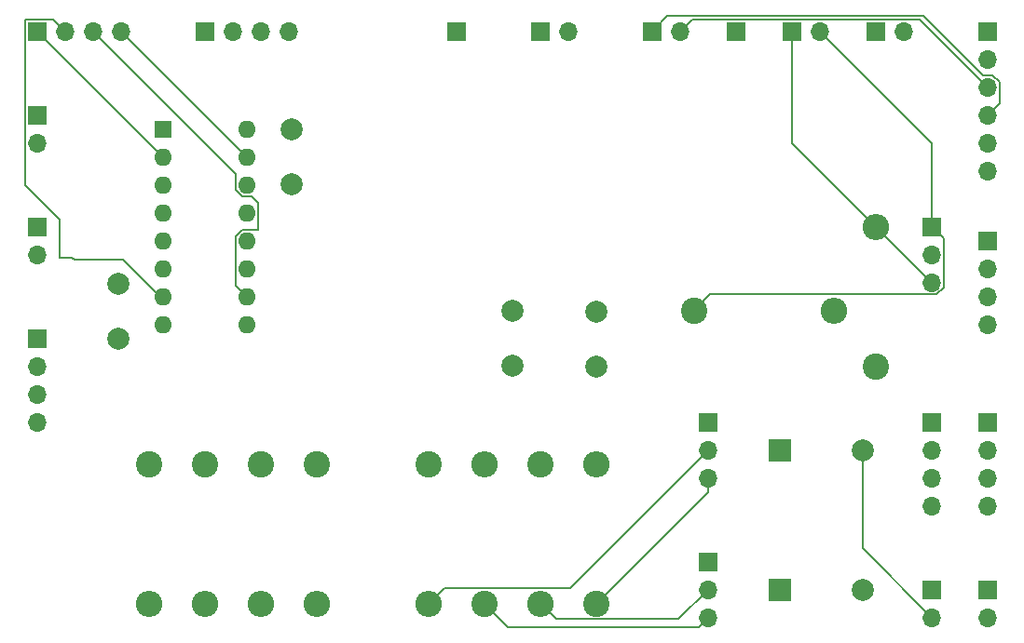
<source format=gbr>
%TF.GenerationSoftware,KiCad,Pcbnew,(7.0.0)*%
%TF.CreationDate,2023-04-26T12:46:46-05:00*%
%TF.ProjectId,test,74657374-2e6b-4696-9361-645f70636258,rev?*%
%TF.SameCoordinates,Original*%
%TF.FileFunction,Copper,L4,Bot*%
%TF.FilePolarity,Positive*%
%FSLAX46Y46*%
G04 Gerber Fmt 4.6, Leading zero omitted, Abs format (unit mm)*
G04 Created by KiCad (PCBNEW (7.0.0)) date 2023-04-26 12:46:46*
%MOMM*%
%LPD*%
G01*
G04 APERTURE LIST*
%TA.AperFunction,ComponentPad*%
%ADD10R,1.700000X1.700000*%
%TD*%
%TA.AperFunction,ComponentPad*%
%ADD11O,1.700000X1.700000*%
%TD*%
%TA.AperFunction,ComponentPad*%
%ADD12C,2.000000*%
%TD*%
%TA.AperFunction,ComponentPad*%
%ADD13R,2.000000X2.000000*%
%TD*%
%TA.AperFunction,ComponentPad*%
%ADD14C,2.400000*%
%TD*%
%TA.AperFunction,ComponentPad*%
%ADD15O,2.400000X2.400000*%
%TD*%
%TA.AperFunction,ComponentPad*%
%ADD16R,1.600000X1.600000*%
%TD*%
%TA.AperFunction,ComponentPad*%
%ADD17O,1.600000X1.600000*%
%TD*%
%TA.AperFunction,Conductor*%
%ADD18C,0.152400*%
%TD*%
G04 APERTURE END LIST*
D10*
%TO.P,J43,1,Pin_1*%
%TO.N,Net-(J11-Pin_2)*%
X160044999Y-64779999D03*
D11*
%TO.P,J43,2,Pin_2*%
%TO.N,Net-(J11-Pin_1)*%
X160044999Y-67319999D03*
%TO.P,J43,3,Pin_3*%
%TO.N,GND*%
X160044999Y-69859999D03*
%TO.P,J43,4,Pin_4*%
%TO.N,+5V*%
X160044999Y-72399999D03*
%TD*%
D12*
%TO.P,C5,1*%
%TO.N,GND*%
X81026000Y-68660000D03*
%TO.P,C5,2*%
%TO.N,VCC*%
X81026000Y-73660000D03*
%TD*%
D10*
%TO.P,J9,1,Pin_1*%
%TO.N,Net-(J9-Pin_1)*%
X160019999Y-81279999D03*
D11*
%TO.P,J9,2,Pin_2*%
%TO.N,Net-(J9-Pin_2)*%
X160019999Y-83819999D03*
%TO.P,J9,3,Pin_3*%
%TO.N,Net-(J9-Pin_3)*%
X160019999Y-86359999D03*
%TO.P,J9,4,Pin_4*%
%TO.N,Net-(J9-Pin_4)*%
X160019999Y-88899999D03*
%TD*%
D13*
%TO.P,C1,1*%
%TO.N,Net-(Q2-C)*%
X141162322Y-83819999D03*
D12*
%TO.P,C1,2*%
%TO.N,Net-(J3-Pin_2)*%
X148662323Y-83820000D03*
%TD*%
D10*
%TO.P,J7,1,Pin_1*%
%TO.N,Net-(J6-Pin_3)*%
X142239999Y-45719999D03*
D11*
%TO.P,J7,2,Pin_2*%
%TO.N,Net-(J6-Pin_1)*%
X144779999Y-45719999D03*
%TD*%
D10*
%TO.P,M1,1*%
%TO.N,Net-(U1-2Y)*%
X88899999Y-45719999D03*
D11*
%TO.P,M1,2,-*%
%TO.N,Net-(M1--)*%
X91439999Y-45719999D03*
%TO.P,M1,3*%
%TO.N,Net-(U1-4Y)*%
X93979999Y-45719999D03*
%TO.P,M1,4*%
%TO.N,Net-(U1-1Y)*%
X96519999Y-45719999D03*
%TD*%
D10*
%TO.P,J6,1,Pin_1*%
%TO.N,Net-(J6-Pin_1)*%
X154939999Y-63499999D03*
D11*
%TO.P,J6,2,Pin_2*%
%TO.N,+5V*%
X154939999Y-66039999D03*
%TO.P,J6,3,Pin_3*%
%TO.N,Net-(J6-Pin_3)*%
X154939999Y-68579999D03*
%TD*%
D14*
%TO.P,R2,1*%
%TO.N,Net-(J15-Pin_2)*%
X93980000Y-85090000D03*
D15*
%TO.P,R2,2*%
%TO.N,Net-(J9-Pin_3)*%
X93979999Y-97789999D03*
%TD*%
D14*
%TO.P,R3,1*%
%TO.N,Net-(J15-Pin_3)*%
X88900000Y-85090000D03*
D15*
%TO.P,R3,2*%
%TO.N,Net-(J9-Pin_2)*%
X88899999Y-97789999D03*
%TD*%
D10*
%TO.P,J3,1,Pin_1*%
%TO.N,GND*%
X154939999Y-96519999D03*
D11*
%TO.P,J3,2,Pin_2*%
%TO.N,Net-(J3-Pin_2)*%
X154939999Y-99059999D03*
%TD*%
D10*
%TO.P,J1,1,Pin_1*%
%TO.N,Net-(J1-Pin_1)*%
X73659999Y-45719999D03*
D11*
%TO.P,J1,2,Pin_2*%
%TO.N,Net-(J1-Pin_2)*%
X76199999Y-45719999D03*
%TO.P,J1,3,Pin_3*%
%TO.N,Net-(J1-Pin_3)*%
X78739999Y-45719999D03*
%TO.P,J1,4,Pin_4*%
%TO.N,Net-(J1-Pin_4)*%
X81279999Y-45719999D03*
%TD*%
D14*
%TO.P,R1,1*%
%TO.N,Net-(J15-Pin_1)*%
X99060000Y-85090000D03*
D15*
%TO.P,R1,2*%
%TO.N,Net-(J9-Pin_4)*%
X99059999Y-97789999D03*
%TD*%
D10*
%TO.P,J5,1,Pin_1*%
%TO.N,+5V*%
X73659999Y-63499999D03*
D11*
%TO.P,J5,2,Pin_2*%
%TO.N,GND*%
X73659999Y-66039999D03*
%TD*%
D10*
%TO.P,J35,1,Pin_1*%
%TO.N,Net-(J35-Pin_1)*%
X111759999Y-45719999D03*
%TD*%
%TO.P,J14,1,Pin_1*%
%TO.N,Net-(J13-Pin_2)*%
X119379999Y-45719999D03*
D11*
%TO.P,J14,2,Pin_2*%
%TO.N,Net-(J13-Pin_1)*%
X121919999Y-45719999D03*
%TD*%
D14*
%TO.P,R10,1*%
%TO.N,GND*%
X149860000Y-76200000D03*
D15*
%TO.P,R10,2*%
%TO.N,Net-(J6-Pin_3)*%
X149859999Y-63499999D03*
%TD*%
D10*
%TO.P,Q2,1,E*%
%TO.N,GND*%
X134619999Y-81279999D03*
D11*
%TO.P,Q2,2,B*%
%TO.N,Net-(Q2-B)*%
X134619999Y-83819999D03*
%TO.P,Q2,3,C*%
%TO.N,Net-(Q2-C)*%
X134619999Y-86359999D03*
%TD*%
D14*
%TO.P,R6,1*%
%TO.N,Net-(J35-Pin_1)*%
X119380000Y-85090000D03*
D15*
%TO.P,R6,2*%
%TO.N,Net-(Q1-B)*%
X119379999Y-97789999D03*
%TD*%
D10*
%TO.P,J11,1,Pin_1*%
%TO.N,Net-(J11-Pin_1)*%
X129539999Y-45719999D03*
D11*
%TO.P,J11,2,Pin_2*%
%TO.N,Net-(J11-Pin_2)*%
X132079999Y-45719999D03*
%TD*%
D14*
%TO.P,R5,1*%
%TO.N,Net-(J35-Pin_1)*%
X109220000Y-85090000D03*
D15*
%TO.P,R5,2*%
%TO.N,Net-(Q2-B)*%
X109219999Y-97789999D03*
%TD*%
D10*
%TO.P,J2,1,Pin_1*%
%TO.N,+5V*%
X149859999Y-45719999D03*
D11*
%TO.P,J2,2,Pin_2*%
%TO.N,Net-(J2-Pin_2)*%
X152399999Y-45719999D03*
%TD*%
D10*
%TO.P,J15,1,Pin_1*%
%TO.N,Net-(J15-Pin_1)*%
X73659999Y-73659999D03*
D11*
%TO.P,J15,2,Pin_2*%
%TO.N,Net-(J15-Pin_2)*%
X73659999Y-76199999D03*
%TO.P,J15,3,Pin_3*%
%TO.N,Net-(J15-Pin_3)*%
X73659999Y-78739999D03*
%TO.P,J15,4,Pin_4*%
%TO.N,Net-(J15-Pin_4)*%
X73659999Y-81279999D03*
%TD*%
D12*
%TO.P,C3,1*%
%TO.N,GND*%
X116840000Y-71120000D03*
%TO.P,C3,2*%
%TO.N,Net-(J6-Pin_1)*%
X116840000Y-76120000D03*
%TD*%
D14*
%TO.P,R9,1*%
%TO.N,Net-(J6-Pin_1)*%
X133350000Y-71120000D03*
D15*
%TO.P,R9,2*%
%TO.N,GND*%
X146049999Y-71119999D03*
%TD*%
D10*
%TO.P,J13,1,Pin_1*%
%TO.N,Net-(J13-Pin_1)*%
X160019999Y-45719999D03*
D11*
%TO.P,J13,2,Pin_2*%
%TO.N,Net-(J13-Pin_2)*%
X160019999Y-48259999D03*
%TO.P,J13,3,Pin_3*%
%TO.N,Net-(J11-Pin_2)*%
X160019999Y-50799999D03*
%TO.P,J13,4,Pin_4*%
%TO.N,Net-(J11-Pin_1)*%
X160019999Y-53339999D03*
%TO.P,J13,5,Pin_5*%
%TO.N,GND*%
X160019999Y-55879999D03*
%TO.P,J13,6,Pin_6*%
%TO.N,+5V*%
X160019999Y-58419999D03*
%TD*%
D10*
%TO.P,Q1,1,E*%
%TO.N,GND*%
X134619999Y-93979999D03*
D11*
%TO.P,Q1,2,B*%
%TO.N,Net-(Q1-B)*%
X134619999Y-96519999D03*
%TO.P,Q1,3,C*%
%TO.N,Net-(Q1-C)*%
X134619999Y-99059999D03*
%TD*%
D12*
%TO.P,C4,1*%
%TO.N,Net-(J6-Pin_3)*%
X124460000Y-76200000D03*
%TO.P,C4,2*%
%TO.N,GND*%
X124460000Y-71200000D03*
%TD*%
D10*
%TO.P,J4,1,Pin_1*%
%TO.N,GND*%
X160019999Y-96519999D03*
D11*
%TO.P,J4,2,Pin_2*%
%TO.N,Net-(J4-Pin_2)*%
X160019999Y-99059999D03*
%TD*%
D12*
%TO.P,C6,1*%
%TO.N,GND*%
X96774000Y-59650000D03*
%TO.P,C6,2*%
%TO.N,+5V*%
X96774000Y-54650000D03*
%TD*%
D14*
%TO.P,R8,1*%
%TO.N,Net-(Q2-C)*%
X124460000Y-97790000D03*
D15*
%TO.P,R8,2*%
%TO.N,+5V*%
X124459999Y-85089999D03*
%TD*%
D14*
%TO.P,R4,1*%
%TO.N,Net-(J15-Pin_4)*%
X83820000Y-85090000D03*
D15*
%TO.P,R4,2*%
%TO.N,Net-(J9-Pin_1)*%
X83819999Y-97789999D03*
%TD*%
D10*
%TO.P,J10,1,Pin_1*%
%TO.N,GND*%
X154964999Y-81279999D03*
D11*
%TO.P,J10,2,Pin_2*%
X154964999Y-83819999D03*
%TO.P,J10,3,Pin_3*%
X154964999Y-86359999D03*
%TO.P,J10,4,Pin_4*%
X154964999Y-88899999D03*
%TD*%
D10*
%TO.P,J42,1,Pin_1*%
%TO.N,Net-(J2-Pin_2)*%
X137159999Y-45719999D03*
%TD*%
D16*
%TO.P,U1,1,EN1\u002C2*%
%TO.N,+5V*%
X85099999Y-54624999D03*
D17*
%TO.P,U1,2,1A*%
%TO.N,Net-(J1-Pin_1)*%
X85099999Y-57164999D03*
%TO.P,U1,3,1Y*%
%TO.N,Net-(U1-1Y)*%
X85099999Y-59704999D03*
%TO.P,U1,4,GND*%
%TO.N,GND*%
X85099999Y-62244999D03*
%TO.P,U1,5,GND*%
X85099999Y-64784999D03*
%TO.P,U1,6,2Y*%
%TO.N,Net-(U1-2Y)*%
X85099999Y-67324999D03*
%TO.P,U1,7,2A*%
%TO.N,Net-(J1-Pin_2)*%
X85099999Y-69864999D03*
%TO.P,U1,8,VCC2*%
%TO.N,VCC*%
X85099999Y-72404999D03*
%TO.P,U1,9,EN3\u002C4*%
%TO.N,+5V*%
X92719999Y-72404999D03*
%TO.P,U1,10,3A*%
%TO.N,Net-(J1-Pin_3)*%
X92719999Y-69864999D03*
%TO.P,U1,11,3Y*%
%TO.N,Net-(M1--)*%
X92719999Y-67324999D03*
%TO.P,U1,12,GND*%
%TO.N,GND*%
X92719999Y-64784999D03*
%TO.P,U1,13,GND*%
X92719999Y-62244999D03*
%TO.P,U1,14,4Y*%
%TO.N,Net-(U1-4Y)*%
X92719999Y-59704999D03*
%TO.P,U1,15,4A*%
%TO.N,Net-(J1-Pin_4)*%
X92719999Y-57164999D03*
%TO.P,U1,16,VCC1*%
%TO.N,+5V*%
X92719999Y-54624999D03*
%TD*%
D10*
%TO.P,J12,1,Pin_1*%
%TO.N,VCC*%
X73659999Y-53339999D03*
D11*
%TO.P,J12,2,Pin_2*%
%TO.N,GND*%
X73659999Y-55879999D03*
%TD*%
D14*
%TO.P,R7,1*%
%TO.N,Net-(Q1-C)*%
X114300000Y-97790000D03*
D15*
%TO.P,R7,2*%
%TO.N,+5V*%
X114299999Y-85089999D03*
%TD*%
D13*
%TO.P,C2,1*%
%TO.N,Net-(Q1-C)*%
X141162322Y-96519999D03*
D12*
%TO.P,C2,2*%
%TO.N,Net-(J4-Pin_2)*%
X148662323Y-96520000D03*
%TD*%
D18*
%TO.N,Net-(Q2-C)*%
X124460000Y-97790000D02*
X134620000Y-87630000D01*
X134620000Y-87630000D02*
X134620000Y-86360000D01*
%TO.N,Net-(J3-Pin_2)*%
X148662323Y-83820000D02*
X148662323Y-92782323D01*
X148662323Y-92782323D02*
X154940000Y-99060000D01*
%TO.N,Net-(Q1-C)*%
X114300000Y-97790000D02*
X116420000Y-99910000D01*
X116420000Y-99910000D02*
X133770000Y-99910000D01*
X133770000Y-99910000D02*
X134620000Y-99060000D01*
%TO.N,Net-(J1-Pin_1)*%
X73660000Y-45725000D02*
X73660000Y-45720000D01*
X85100000Y-57165000D02*
X73660000Y-45725000D01*
%TO.N,Net-(J1-Pin_2)*%
X72581400Y-44641400D02*
X75121400Y-44641400D01*
X85100000Y-69865000D02*
X84851000Y-69865000D01*
X75121400Y-44641400D02*
X76200000Y-45720000D01*
X84851000Y-69865000D02*
X81479200Y-66493200D01*
X76829078Y-66294000D02*
X75692000Y-66294000D01*
X81479200Y-66493200D02*
X77028278Y-66493200D01*
X75692000Y-66294000D02*
X75692000Y-62870922D01*
X75692000Y-62870922D02*
X72581400Y-59760322D01*
X77028278Y-66493200D02*
X76829078Y-66294000D01*
X72581400Y-59760322D02*
X72581400Y-44641400D01*
%TO.N,Net-(J1-Pin_3)*%
X92293939Y-60733600D02*
X91691400Y-60131061D01*
X93748600Y-63731400D02*
X93748600Y-61336139D01*
X91691400Y-60131061D02*
X91691400Y-58671400D01*
X91691400Y-64358939D02*
X92293939Y-63756400D01*
X93146061Y-60733600D02*
X92293939Y-60733600D01*
X92293939Y-63756400D02*
X93723600Y-63756400D01*
X91691400Y-68836400D02*
X91691400Y-64358939D01*
X93748600Y-61336139D02*
X93146061Y-60733600D01*
X91691400Y-58671400D02*
X78740000Y-45720000D01*
X92720000Y-69865000D02*
X91691400Y-68836400D01*
X93723600Y-63756400D02*
X93748600Y-63731400D01*
%TO.N,Net-(J1-Pin_4)*%
X92720000Y-57165000D02*
X81280000Y-45725000D01*
X81280000Y-45725000D02*
X81280000Y-45720000D01*
%TO.N,Net-(J11-Pin_1)*%
X160466771Y-49721400D02*
X161098600Y-50353229D01*
X161098600Y-50353229D02*
X161098600Y-52261400D01*
X154188429Y-44336600D02*
X159573229Y-49721400D01*
X161098600Y-52261400D02*
X160020000Y-53340000D01*
X159573229Y-49721400D02*
X160466771Y-49721400D01*
X130923400Y-44336600D02*
X154188429Y-44336600D01*
X129540000Y-45720000D02*
X130923400Y-44336600D01*
%TO.N,Net-(J11-Pin_2)*%
X133158600Y-44641400D02*
X153861400Y-44641400D01*
X132080000Y-45720000D02*
X133158600Y-44641400D01*
X153861400Y-44641400D02*
X160020000Y-50800000D01*
%TO.N,Net-(Q1-B)*%
X120808600Y-99218600D02*
X131921400Y-99218600D01*
X131921400Y-99218600D02*
X134620000Y-96520000D01*
X119380000Y-97790000D02*
X120808600Y-99218600D01*
%TO.N,Net-(Q2-B)*%
X122078600Y-96361400D02*
X134620000Y-83820000D01*
X110648600Y-96361400D02*
X122078600Y-96361400D01*
X109220000Y-97790000D02*
X110648600Y-96361400D01*
%TO.N,Net-(J6-Pin_1)*%
X156018600Y-64578600D02*
X154940000Y-63500000D01*
X154940000Y-55880000D02*
X144780000Y-45720000D01*
X156018600Y-69026771D02*
X156018600Y-64578600D01*
X154940000Y-63500000D02*
X154940000Y-55880000D01*
X155386771Y-69658600D02*
X156018600Y-69026771D01*
X133350000Y-71120000D02*
X134811400Y-69658600D01*
X134811400Y-69658600D02*
X155386771Y-69658600D01*
%TO.N,Net-(J6-Pin_3)*%
X142240000Y-45720000D02*
X142240000Y-55880000D01*
X154940000Y-68580000D02*
X149860000Y-63500000D01*
X142240000Y-55880000D02*
X149860000Y-63500000D01*
%TD*%
M02*

</source>
